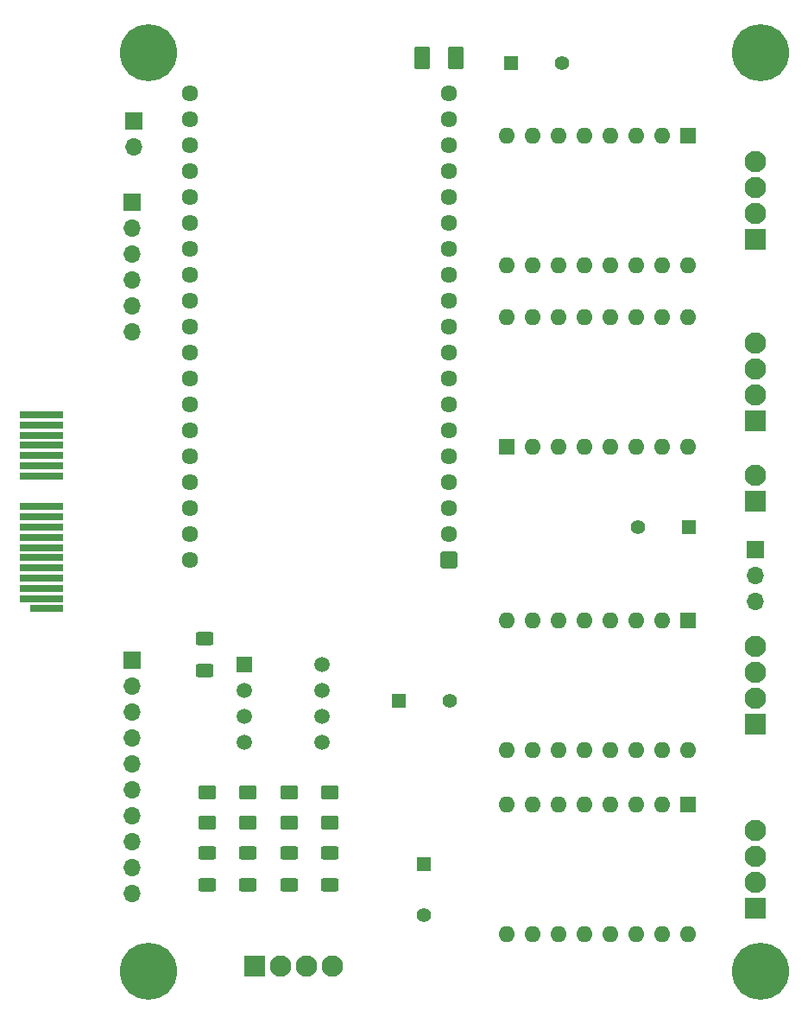
<source format=gbr>
%TF.GenerationSoftware,KiCad,Pcbnew,8.0.7*%
%TF.CreationDate,2025-01-17T12:14:06-05:00*%
%TF.ProjectId,BREAD_slice_v2,42524541-445f-4736-9c69-63655f76322e,rev?*%
%TF.SameCoordinates,Original*%
%TF.FileFunction,Soldermask,Top*%
%TF.FilePolarity,Negative*%
%FSLAX46Y46*%
G04 Gerber Fmt 4.6, Leading zero omitted, Abs format (unit mm)*
G04 Created by KiCad (PCBNEW 8.0.7) date 2025-01-17 12:14:06*
%MOMM*%
%LPD*%
G01*
G04 APERTURE LIST*
G04 Aperture macros list*
%AMRoundRect*
0 Rectangle with rounded corners*
0 $1 Rounding radius*
0 $2 $3 $4 $5 $6 $7 $8 $9 X,Y pos of 4 corners*
0 Add a 4 corners polygon primitive as box body*
4,1,4,$2,$3,$4,$5,$6,$7,$8,$9,$2,$3,0*
0 Add four circle primitives for the rounded corners*
1,1,$1+$1,$2,$3*
1,1,$1+$1,$4,$5*
1,1,$1+$1,$6,$7*
1,1,$1+$1,$8,$9*
0 Add four rect primitives between the rounded corners*
20,1,$1+$1,$2,$3,$4,$5,0*
20,1,$1+$1,$4,$5,$6,$7,0*
20,1,$1+$1,$6,$7,$8,$9,0*
20,1,$1+$1,$8,$9,$2,$3,0*%
G04 Aperture macros list end*
%ADD10RoundRect,0.102000X0.704000X0.704000X-0.704000X0.704000X-0.704000X-0.704000X0.704000X-0.704000X0*%
%ADD11C,1.612000*%
%ADD12RoundRect,0.250000X0.625000X-0.400000X0.625000X0.400000X-0.625000X0.400000X-0.625000X-0.400000X0*%
%ADD13R,1.700000X1.700000*%
%ADD14O,1.700000X1.700000*%
%ADD15R,1.600000X1.600000*%
%ADD16O,1.600000X1.600000*%
%ADD17C,1.404000*%
%ADD18RoundRect,0.102000X-0.600000X-0.600000X0.600000X-0.600000X0.600000X0.600000X-0.600000X0.600000X0*%
%ADD19C,5.600000*%
%ADD20RoundRect,0.102000X-0.635000X-1.016000X0.635000X-1.016000X0.635000X1.016000X-0.635000X1.016000X0*%
%ADD21R,2.100000X2.100000*%
%ADD22C,2.100000*%
%ADD23RoundRect,0.250001X0.624999X-0.462499X0.624999X0.462499X-0.624999X0.462499X-0.624999X-0.462499X0*%
%ADD24R,1.498600X1.498600*%
%ADD25C,1.498600*%
%ADD26RoundRect,0.102000X-0.600000X0.600000X-0.600000X-0.600000X0.600000X-0.600000X0.600000X0.600000X0*%
%ADD27RoundRect,0.102000X0.600000X0.600000X-0.600000X0.600000X-0.600000X-0.600000X0.600000X-0.600000X0*%
%ADD28R,3.200000X0.700000*%
%ADD29R,4.300000X0.700000*%
G04 APERTURE END LIST*
D10*
%TO.C,U1*%
X164427500Y-104705000D03*
D11*
X164427500Y-102165000D03*
X164427500Y-99625000D03*
X164427500Y-97085000D03*
X164427500Y-94545000D03*
X164427500Y-92005000D03*
X164427500Y-89465000D03*
X164427500Y-86925000D03*
X164427500Y-84385000D03*
X164427500Y-81845000D03*
X164427500Y-79305000D03*
X164427500Y-76765000D03*
X164427500Y-74225000D03*
X164427500Y-71685000D03*
X164427500Y-69145000D03*
X164427500Y-66605000D03*
X164427500Y-64065000D03*
X164427500Y-61525000D03*
X164427500Y-58985000D03*
X139027500Y-104705000D03*
X139027500Y-102165000D03*
X139027500Y-99625000D03*
X139027500Y-97085000D03*
X139027500Y-94545000D03*
X139027500Y-92005000D03*
X139027500Y-89465000D03*
X139027500Y-86925000D03*
X139027500Y-84385000D03*
X139027500Y-81845000D03*
X139027500Y-79305000D03*
X139027500Y-76765000D03*
X139027500Y-74225000D03*
X139027500Y-71685000D03*
X139027500Y-69145000D03*
X139027500Y-66605000D03*
X139027500Y-64065000D03*
X139027500Y-61525000D03*
X139027500Y-58985000D03*
%TD*%
D12*
%TO.C,R5*%
X140500000Y-115550000D03*
X140500000Y-112450000D03*
%TD*%
D13*
%TO.C,J4*%
X133400000Y-69675000D03*
D14*
X133400000Y-72215000D03*
X133400000Y-74755000D03*
X133400000Y-77295000D03*
X133400000Y-79835000D03*
X133400000Y-82375000D03*
%TD*%
D15*
%TO.C,A4*%
X187890000Y-110660000D03*
D16*
X185350000Y-110660000D03*
X182810000Y-110660000D03*
X180270000Y-110660000D03*
X177730000Y-110660000D03*
X175190000Y-110660000D03*
X172650000Y-110660000D03*
X170110000Y-110660000D03*
X170110000Y-123360000D03*
X172650000Y-123360000D03*
X175190000Y-123360000D03*
X177730000Y-123360000D03*
X180270000Y-123360000D03*
X182810000Y-123360000D03*
X185350000Y-123360000D03*
X187890000Y-123360000D03*
%TD*%
D17*
%TO.C,C4*%
X164500000Y-118500000D03*
D18*
X159500000Y-118500000D03*
%TD*%
D12*
%TO.C,R4*%
X140750000Y-136550000D03*
X140750000Y-133450000D03*
%TD*%
D19*
%TO.C,H4*%
X195000000Y-145000000D03*
%TD*%
D20*
%TO.C,C1*%
X161849000Y-55500000D03*
X165151000Y-55500000D03*
%TD*%
D21*
%TO.C,J10*%
X194500000Y-91120000D03*
D22*
X194500000Y-88580000D03*
X194500000Y-86040000D03*
X194500000Y-83500000D03*
%TD*%
D23*
%TO.C,D4*%
X140750000Y-130487500D03*
X140750000Y-127512500D03*
%TD*%
%TO.C,D1*%
X152750000Y-130487500D03*
X152750000Y-127512500D03*
%TD*%
D17*
%TO.C,C3*%
X175500000Y-56000000D03*
D18*
X170500000Y-56000000D03*
%TD*%
D21*
%TO.C,J2*%
X145420000Y-144500000D03*
D22*
X147960000Y-144500000D03*
X150500000Y-144500000D03*
X153040000Y-144500000D03*
%TD*%
D23*
%TO.C,D3*%
X144750000Y-130487500D03*
X144750000Y-127512500D03*
%TD*%
D15*
%TO.C,A3*%
X187890000Y-128660000D03*
D16*
X185350000Y-128660000D03*
X182810000Y-128660000D03*
X180270000Y-128660000D03*
X177730000Y-128660000D03*
X175190000Y-128660000D03*
X172650000Y-128660000D03*
X170110000Y-128660000D03*
X170110000Y-141360000D03*
X172650000Y-141360000D03*
X175190000Y-141360000D03*
X177730000Y-141360000D03*
X180270000Y-141360000D03*
X182810000Y-141360000D03*
X185350000Y-141360000D03*
X187890000Y-141360000D03*
%TD*%
D24*
%TO.C,U2*%
X144380000Y-115000000D03*
D25*
X144380000Y-117540000D03*
X144380000Y-120080000D03*
X144380000Y-122620000D03*
X152000000Y-122620000D03*
X152000000Y-120080000D03*
X152000000Y-117540000D03*
X152000000Y-115000000D03*
%TD*%
D15*
%TO.C,A1*%
X170110000Y-93645000D03*
D16*
X172650000Y-93645000D03*
X175190000Y-93645000D03*
X177730000Y-93645000D03*
X180270000Y-93645000D03*
X182810000Y-93645000D03*
X185350000Y-93645000D03*
X187890000Y-93645000D03*
X187890000Y-80945000D03*
X185350000Y-80945000D03*
X182810000Y-80945000D03*
X180270000Y-80945000D03*
X177730000Y-80945000D03*
X175190000Y-80945000D03*
X172650000Y-80945000D03*
X170110000Y-80945000D03*
%TD*%
D21*
%TO.C,J11*%
X194500000Y-73315000D03*
D22*
X194500000Y-70775000D03*
X194500000Y-68235000D03*
X194500000Y-65695000D03*
%TD*%
D13*
%TO.C,J7*%
X133400000Y-114550000D03*
D14*
X133400000Y-117090000D03*
X133400000Y-119630000D03*
X133400000Y-122170000D03*
X133400000Y-124710000D03*
X133400000Y-127250000D03*
X133400000Y-129790000D03*
X133400000Y-132330000D03*
X133400000Y-134870000D03*
X133400000Y-137410000D03*
%TD*%
D19*
%TO.C,H2*%
X195000000Y-55000000D03*
%TD*%
D21*
%TO.C,J8*%
X194500000Y-138815000D03*
D22*
X194500000Y-136275000D03*
X194500000Y-133735000D03*
X194500000Y-131195000D03*
%TD*%
D13*
%TO.C,J6*%
X133525000Y-61750000D03*
D14*
X133525000Y-64290000D03*
%TD*%
D12*
%TO.C,R3*%
X144750000Y-136550000D03*
X144750000Y-133450000D03*
%TD*%
D23*
%TO.C,D2*%
X148750000Y-130487500D03*
X148750000Y-127512500D03*
%TD*%
D17*
%TO.C,C5*%
X162000000Y-139500000D03*
D26*
X162000000Y-134500000D03*
%TD*%
D12*
%TO.C,R2*%
X148750000Y-136550000D03*
X148750000Y-133450000D03*
%TD*%
D13*
%TO.C,J3*%
X194500000Y-103680000D03*
D14*
X194500000Y-106220000D03*
X194500000Y-108760000D03*
%TD*%
D21*
%TO.C,J5*%
X194500000Y-99000000D03*
D22*
X194500000Y-96460000D03*
%TD*%
D17*
%TO.C,C2*%
X183000000Y-101500000D03*
D27*
X188000000Y-101500000D03*
%TD*%
D19*
%TO.C,H3*%
X135000000Y-145000000D03*
%TD*%
%TO.C,H1*%
X135000000Y-55000000D03*
%TD*%
D15*
%TO.C,A2*%
X187890000Y-63160000D03*
D16*
X185350000Y-63160000D03*
X182810000Y-63160000D03*
X180270000Y-63160000D03*
X177730000Y-63160000D03*
X175190000Y-63160000D03*
X172650000Y-63160000D03*
X170110000Y-63160000D03*
X170110000Y-75860000D03*
X172650000Y-75860000D03*
X175190000Y-75860000D03*
X177730000Y-75860000D03*
X180270000Y-75860000D03*
X182810000Y-75860000D03*
X185350000Y-75860000D03*
X187890000Y-75860000D03*
%TD*%
D21*
%TO.C,J9*%
X194500000Y-120815000D03*
D22*
X194500000Y-118275000D03*
X194500000Y-115735000D03*
X194500000Y-113195000D03*
%TD*%
D12*
%TO.C,R1*%
X152750000Y-136550000D03*
X152750000Y-133450000D03*
%TD*%
D28*
%TO.C,J1*%
X125000000Y-109500000D03*
D29*
X124450000Y-108500000D03*
X124450000Y-107500000D03*
X124450000Y-106500000D03*
X124450000Y-105500000D03*
X124450000Y-104500000D03*
X124450000Y-103500000D03*
X124450000Y-102500000D03*
X124450000Y-101500000D03*
X124450000Y-100500000D03*
X124450000Y-99500000D03*
X124450000Y-96500000D03*
X124450000Y-95500000D03*
X124450000Y-94500000D03*
X124450000Y-93500000D03*
X124450000Y-92500000D03*
X124450000Y-91500000D03*
X124450000Y-90500000D03*
%TD*%
M02*

</source>
